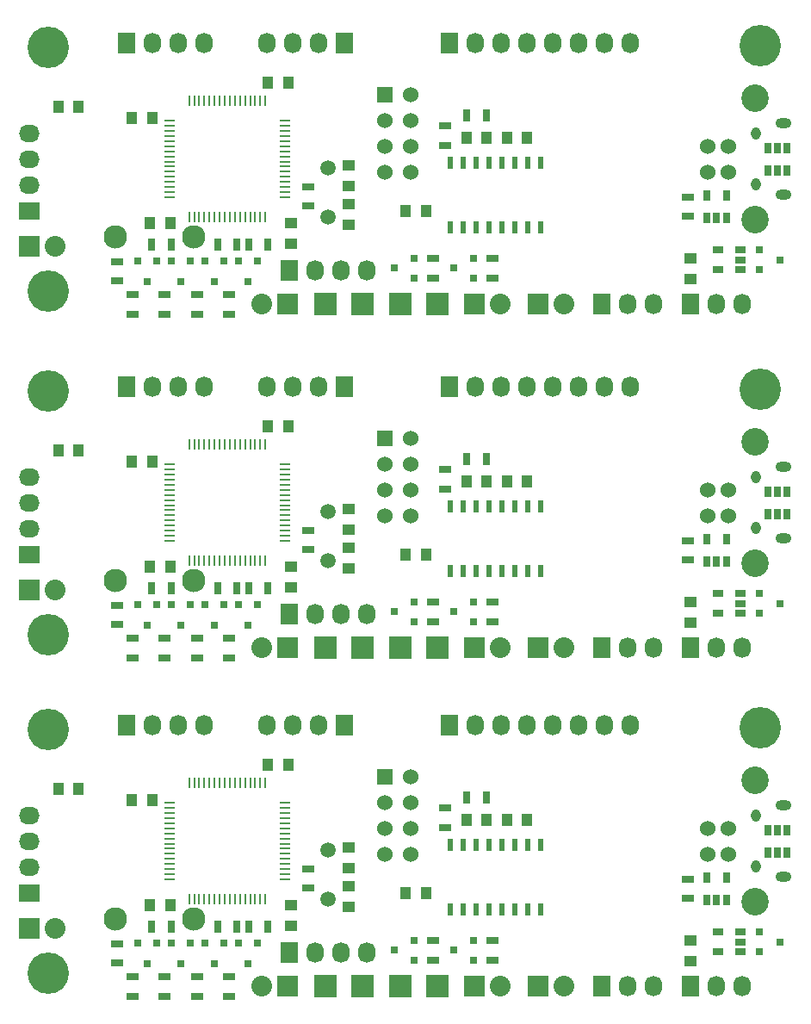
<source format=gbs>
G04 #@! TF.FileFunction,Soldermask,Bot*
%FSLAX46Y46*%
G04 Gerber Fmt 4.6, Leading zero omitted, Abs format (unit mm)*
G04 Created by KiCad (PCBNEW 4.0.4-stable) date Sun Nov  6 18:52:19 2016*
%MOMM*%
%LPD*%
G01*
G04 APERTURE LIST*
%ADD10C,0.100000*%
%ADD11C,1.524000*%
%ADD12C,2.700020*%
%ADD13C,2.300000*%
%ADD14R,1.524000X1.524000*%
%ADD15R,1.000000X1.250000*%
%ADD16R,1.250000X1.000000*%
%ADD17R,1.727200X2.032000*%
%ADD18O,1.727200X2.032000*%
%ADD19R,2.032000X2.032000*%
%ADD20O,2.032000X2.032000*%
%ADD21R,2.235200X2.235200*%
%ADD22R,2.032000X1.727200*%
%ADD23O,2.032000X1.727200*%
%ADD24R,0.800100X0.800100*%
%ADD25R,1.300000X0.700000*%
%ADD26R,0.700000X1.300000*%
%ADD27R,1.000000X0.250000*%
%ADD28R,0.250000X1.000000*%
%ADD29R,0.650000X1.060000*%
%ADD30R,1.060000X0.650000*%
%ADD31R,0.508000X1.143000*%
%ADD32C,1.501140*%
%ADD33O,0.950000X1.250000*%
%ADD34O,1.550000X1.000000*%
%ADD35C,4.064000*%
G04 APERTURE END LIST*
D10*
D11*
X96520000Y-108458000D03*
X96520000Y-105918000D03*
X98518980Y-105918000D03*
X98518980Y-108458000D03*
D12*
X101219000Y-113187480D03*
X101219000Y-101188520D03*
D13*
X38265100Y-114878000D03*
X45961300Y-114878000D03*
D14*
X64770000Y-100838000D03*
D11*
X67310000Y-100838000D03*
X64770000Y-103378000D03*
X67310000Y-103378000D03*
X64770000Y-105918000D03*
X67310000Y-105918000D03*
X64770000Y-108458000D03*
X67310000Y-108458000D03*
D15*
X55292500Y-99695000D03*
X53292500Y-99695000D03*
X43672000Y-113474500D03*
X41672000Y-113474500D03*
X41894000Y-103124000D03*
X39894000Y-103124000D03*
D16*
X61214000Y-107839000D03*
X61214000Y-109839000D03*
X61214000Y-113649000D03*
X61214000Y-111649000D03*
X55562500Y-115490500D03*
X55562500Y-113490500D03*
D15*
X32655000Y-102044500D03*
X34655000Y-102044500D03*
D16*
X94869000Y-116983000D03*
X94869000Y-118983000D03*
D15*
X68818000Y-112331500D03*
X66818000Y-112331500D03*
X78787500Y-105092500D03*
X76787500Y-105092500D03*
X72787000Y-105092500D03*
X74787000Y-105092500D03*
D17*
X60833000Y-95758000D03*
D18*
X58293000Y-95758000D03*
X55753000Y-95758000D03*
X53213000Y-95758000D03*
D17*
X94869000Y-121412000D03*
D18*
X97409000Y-121412000D03*
X99949000Y-121412000D03*
D17*
X55372000Y-118110000D03*
D18*
X57912000Y-118110000D03*
X60452000Y-118110000D03*
X62992000Y-118110000D03*
D19*
X29845000Y-115760500D03*
D20*
X32385000Y-115760500D03*
D21*
X58928000Y-121412000D03*
X62611000Y-121412000D03*
D17*
X71120000Y-95758000D03*
D18*
X73660000Y-95758000D03*
X76200000Y-95758000D03*
X78740000Y-95758000D03*
X81280000Y-95758000D03*
X83820000Y-95758000D03*
X86360000Y-95758000D03*
X88900000Y-95758000D03*
D19*
X73596500Y-121412000D03*
D20*
X76136500Y-121412000D03*
D19*
X79819500Y-121412000D03*
D20*
X82359500Y-121412000D03*
D22*
X29845000Y-112268000D03*
D23*
X29845000Y-109728000D03*
X29845000Y-107188000D03*
X29845000Y-104648000D03*
D17*
X39370000Y-95758000D03*
D18*
X41910000Y-95758000D03*
X44450000Y-95758000D03*
X46990000Y-95758000D03*
D21*
X69977000Y-121412000D03*
X66294000Y-121412000D03*
D19*
X55245000Y-121412000D03*
D20*
X52705000Y-121412000D03*
D24*
X101615240Y-118044000D03*
X101615240Y-116144000D03*
X103614220Y-117094000D03*
X50358000Y-117236240D03*
X52258000Y-117236240D03*
X51308000Y-119235220D03*
X47056000Y-117236240D03*
X48956000Y-117236240D03*
X48006000Y-119235220D03*
X73517760Y-116969500D03*
X73517760Y-118869500D03*
X71518780Y-117919500D03*
X43754000Y-117236240D03*
X45654000Y-117236240D03*
X44704000Y-119235220D03*
X67675760Y-116969500D03*
X67675760Y-118869500D03*
X65676780Y-117919500D03*
X40452000Y-117236240D03*
X42352000Y-117236240D03*
X41402000Y-119235220D03*
D25*
X94615000Y-110937000D03*
X94615000Y-112837000D03*
X57277000Y-109921000D03*
X57277000Y-111821000D03*
D26*
X74737000Y-102870000D03*
X72837000Y-102870000D03*
D25*
X70675500Y-105852000D03*
X70675500Y-103952000D03*
D26*
X51374000Y-115570000D03*
X53274000Y-115570000D03*
D25*
X49466500Y-122425500D03*
X49466500Y-120525500D03*
D26*
X48326000Y-115570000D03*
X50226000Y-115570000D03*
D25*
X46291500Y-122425500D03*
X46291500Y-120525500D03*
X75374500Y-116969500D03*
X75374500Y-118869500D03*
D26*
X43749000Y-115570000D03*
X41849000Y-115570000D03*
D25*
X43116500Y-122425500D03*
X43116500Y-120525500D03*
X69532500Y-116969500D03*
X69532500Y-118869500D03*
X38481000Y-117287000D03*
X38481000Y-119187000D03*
X39941500Y-122425500D03*
X39941500Y-120525500D03*
D27*
X54976000Y-103438000D03*
X54976000Y-103938000D03*
X54976000Y-104438000D03*
X54976000Y-104938000D03*
X54976000Y-105438000D03*
X54976000Y-105938000D03*
X54976000Y-106438000D03*
X54976000Y-106938000D03*
X54976000Y-107438000D03*
X54976000Y-107938000D03*
X54976000Y-108438000D03*
X54976000Y-108938000D03*
X54976000Y-109438000D03*
X54976000Y-109938000D03*
X54976000Y-110438000D03*
X54976000Y-110938000D03*
D28*
X53026000Y-112888000D03*
X52526000Y-112888000D03*
X52026000Y-112888000D03*
X51526000Y-112888000D03*
X51026000Y-112888000D03*
X50526000Y-112888000D03*
X50026000Y-112888000D03*
X49526000Y-112888000D03*
X49026000Y-112888000D03*
X48526000Y-112888000D03*
X48026000Y-112888000D03*
X47526000Y-112888000D03*
X47026000Y-112888000D03*
X46526000Y-112888000D03*
X46026000Y-112888000D03*
X45526000Y-112888000D03*
D27*
X43576000Y-110938000D03*
X43576000Y-110438000D03*
X43576000Y-109938000D03*
X43576000Y-109438000D03*
X43576000Y-108938000D03*
X43576000Y-108438000D03*
X43576000Y-107938000D03*
X43576000Y-107438000D03*
X43576000Y-106938000D03*
X43576000Y-106438000D03*
X43576000Y-105938000D03*
X43576000Y-105438000D03*
X43576000Y-104938000D03*
X43576000Y-104438000D03*
X43576000Y-103938000D03*
X43576000Y-103438000D03*
D28*
X45526000Y-101488000D03*
X46026000Y-101488000D03*
X46526000Y-101488000D03*
X47026000Y-101488000D03*
X47526000Y-101488000D03*
X48026000Y-101488000D03*
X48526000Y-101488000D03*
X49026000Y-101488000D03*
X49526000Y-101488000D03*
X50026000Y-101488000D03*
X50526000Y-101488000D03*
X51026000Y-101488000D03*
X51526000Y-101488000D03*
X52026000Y-101488000D03*
X52526000Y-101488000D03*
X53026000Y-101488000D03*
D29*
X102428000Y-106088000D03*
X103378000Y-106088000D03*
X104328000Y-106088000D03*
X104328000Y-108288000D03*
X102428000Y-108288000D03*
X103378000Y-108288000D03*
X98359000Y-112987000D03*
X97409000Y-112987000D03*
X96459000Y-112987000D03*
X96459000Y-110787000D03*
X98359000Y-110787000D03*
D30*
X99779000Y-116144000D03*
X99779000Y-117094000D03*
X99779000Y-118044000D03*
X97579000Y-118044000D03*
X97579000Y-116144000D03*
D31*
X80137000Y-107569000D03*
X77597000Y-107569000D03*
X76327000Y-107569000D03*
X75057000Y-107569000D03*
X73787000Y-107569000D03*
X72517000Y-107569000D03*
X71247000Y-107569000D03*
X71247000Y-113919000D03*
X72517000Y-113919000D03*
X73787000Y-113919000D03*
X75057000Y-113919000D03*
X76327000Y-113919000D03*
X77597000Y-113919000D03*
X78867000Y-113919000D03*
X80137000Y-113919000D03*
X78867000Y-107569000D03*
D32*
X59182000Y-112930940D03*
X59182000Y-108049060D03*
D33*
X101307460Y-109688900D03*
X101307460Y-104688900D03*
D34*
X104007460Y-110688900D03*
X104007460Y-103688900D03*
D17*
X86106000Y-121412000D03*
D18*
X88646000Y-121412000D03*
X91186000Y-121412000D03*
D35*
X101670000Y-96012000D03*
X31675000Y-96218000D03*
X31675000Y-120218000D03*
X31675000Y-86944000D03*
X31675000Y-62944000D03*
X101670000Y-62738000D03*
D17*
X86106000Y-88138000D03*
D18*
X88646000Y-88138000D03*
X91186000Y-88138000D03*
D33*
X101307460Y-76414900D03*
X101307460Y-71414900D03*
D34*
X104007460Y-77414900D03*
X104007460Y-70414900D03*
D32*
X59182000Y-79656940D03*
X59182000Y-74775060D03*
D31*
X80137000Y-74295000D03*
X77597000Y-74295000D03*
X76327000Y-74295000D03*
X75057000Y-74295000D03*
X73787000Y-74295000D03*
X72517000Y-74295000D03*
X71247000Y-74295000D03*
X71247000Y-80645000D03*
X72517000Y-80645000D03*
X73787000Y-80645000D03*
X75057000Y-80645000D03*
X76327000Y-80645000D03*
X77597000Y-80645000D03*
X78867000Y-80645000D03*
X80137000Y-80645000D03*
X78867000Y-74295000D03*
D30*
X99779000Y-82870000D03*
X99779000Y-83820000D03*
X99779000Y-84770000D03*
X97579000Y-84770000D03*
X97579000Y-82870000D03*
D29*
X98359000Y-79713000D03*
X97409000Y-79713000D03*
X96459000Y-79713000D03*
X96459000Y-77513000D03*
X98359000Y-77513000D03*
X102428000Y-72814000D03*
X103378000Y-72814000D03*
X104328000Y-72814000D03*
X104328000Y-75014000D03*
X102428000Y-75014000D03*
X103378000Y-75014000D03*
D27*
X54976000Y-70164000D03*
X54976000Y-70664000D03*
X54976000Y-71164000D03*
X54976000Y-71664000D03*
X54976000Y-72164000D03*
X54976000Y-72664000D03*
X54976000Y-73164000D03*
X54976000Y-73664000D03*
X54976000Y-74164000D03*
X54976000Y-74664000D03*
X54976000Y-75164000D03*
X54976000Y-75664000D03*
X54976000Y-76164000D03*
X54976000Y-76664000D03*
X54976000Y-77164000D03*
X54976000Y-77664000D03*
D28*
X53026000Y-79614000D03*
X52526000Y-79614000D03*
X52026000Y-79614000D03*
X51526000Y-79614000D03*
X51026000Y-79614000D03*
X50526000Y-79614000D03*
X50026000Y-79614000D03*
X49526000Y-79614000D03*
X49026000Y-79614000D03*
X48526000Y-79614000D03*
X48026000Y-79614000D03*
X47526000Y-79614000D03*
X47026000Y-79614000D03*
X46526000Y-79614000D03*
X46026000Y-79614000D03*
X45526000Y-79614000D03*
D27*
X43576000Y-77664000D03*
X43576000Y-77164000D03*
X43576000Y-76664000D03*
X43576000Y-76164000D03*
X43576000Y-75664000D03*
X43576000Y-75164000D03*
X43576000Y-74664000D03*
X43576000Y-74164000D03*
X43576000Y-73664000D03*
X43576000Y-73164000D03*
X43576000Y-72664000D03*
X43576000Y-72164000D03*
X43576000Y-71664000D03*
X43576000Y-71164000D03*
X43576000Y-70664000D03*
X43576000Y-70164000D03*
D28*
X45526000Y-68214000D03*
X46026000Y-68214000D03*
X46526000Y-68214000D03*
X47026000Y-68214000D03*
X47526000Y-68214000D03*
X48026000Y-68214000D03*
X48526000Y-68214000D03*
X49026000Y-68214000D03*
X49526000Y-68214000D03*
X50026000Y-68214000D03*
X50526000Y-68214000D03*
X51026000Y-68214000D03*
X51526000Y-68214000D03*
X52026000Y-68214000D03*
X52526000Y-68214000D03*
X53026000Y-68214000D03*
D25*
X39941500Y-89151500D03*
X39941500Y-87251500D03*
X38481000Y-84013000D03*
X38481000Y-85913000D03*
X69532500Y-83695500D03*
X69532500Y-85595500D03*
X43116500Y-89151500D03*
X43116500Y-87251500D03*
D26*
X43749000Y-82296000D03*
X41849000Y-82296000D03*
D25*
X75374500Y-83695500D03*
X75374500Y-85595500D03*
X46291500Y-89151500D03*
X46291500Y-87251500D03*
D26*
X48326000Y-82296000D03*
X50226000Y-82296000D03*
D25*
X49466500Y-89151500D03*
X49466500Y-87251500D03*
D26*
X51374000Y-82296000D03*
X53274000Y-82296000D03*
D25*
X70675500Y-72578000D03*
X70675500Y-70678000D03*
D26*
X74737000Y-69596000D03*
X72837000Y-69596000D03*
D25*
X57277000Y-76647000D03*
X57277000Y-78547000D03*
X94615000Y-77663000D03*
X94615000Y-79563000D03*
D24*
X40452000Y-83962240D03*
X42352000Y-83962240D03*
X41402000Y-85961220D03*
X67675760Y-83695500D03*
X67675760Y-85595500D03*
X65676780Y-84645500D03*
X43754000Y-83962240D03*
X45654000Y-83962240D03*
X44704000Y-85961220D03*
X73517760Y-83695500D03*
X73517760Y-85595500D03*
X71518780Y-84645500D03*
X47056000Y-83962240D03*
X48956000Y-83962240D03*
X48006000Y-85961220D03*
X50358000Y-83962240D03*
X52258000Y-83962240D03*
X51308000Y-85961220D03*
X101615240Y-84770000D03*
X101615240Y-82870000D03*
X103614220Y-83820000D03*
D19*
X55245000Y-88138000D03*
D20*
X52705000Y-88138000D03*
D21*
X66294000Y-88138000D03*
X69977000Y-88138000D03*
D17*
X39370000Y-62484000D03*
D18*
X41910000Y-62484000D03*
X44450000Y-62484000D03*
X46990000Y-62484000D03*
D22*
X29845000Y-78994000D03*
D23*
X29845000Y-76454000D03*
X29845000Y-73914000D03*
X29845000Y-71374000D03*
D19*
X79819500Y-88138000D03*
D20*
X82359500Y-88138000D03*
D19*
X73596500Y-88138000D03*
D20*
X76136500Y-88138000D03*
D17*
X71120000Y-62484000D03*
D18*
X73660000Y-62484000D03*
X76200000Y-62484000D03*
X78740000Y-62484000D03*
X81280000Y-62484000D03*
X83820000Y-62484000D03*
X86360000Y-62484000D03*
X88900000Y-62484000D03*
D21*
X62611000Y-88138000D03*
X58928000Y-88138000D03*
D19*
X29845000Y-82486500D03*
D20*
X32385000Y-82486500D03*
D17*
X55372000Y-84836000D03*
D18*
X57912000Y-84836000D03*
X60452000Y-84836000D03*
X62992000Y-84836000D03*
D17*
X94869000Y-88138000D03*
D18*
X97409000Y-88138000D03*
X99949000Y-88138000D03*
D17*
X60833000Y-62484000D03*
D18*
X58293000Y-62484000D03*
X55753000Y-62484000D03*
X53213000Y-62484000D03*
D15*
X72787000Y-71818500D03*
X74787000Y-71818500D03*
X78787500Y-71818500D03*
X76787500Y-71818500D03*
X68818000Y-79057500D03*
X66818000Y-79057500D03*
D16*
X94869000Y-83709000D03*
X94869000Y-85709000D03*
D15*
X32655000Y-68770500D03*
X34655000Y-68770500D03*
D16*
X55562500Y-82216500D03*
X55562500Y-80216500D03*
X61214000Y-80375000D03*
X61214000Y-78375000D03*
X61214000Y-74565000D03*
X61214000Y-76565000D03*
D15*
X41894000Y-69850000D03*
X39894000Y-69850000D03*
X43672000Y-80200500D03*
X41672000Y-80200500D03*
X55292500Y-66421000D03*
X53292500Y-66421000D03*
D14*
X64770000Y-67564000D03*
D11*
X67310000Y-67564000D03*
X64770000Y-70104000D03*
X67310000Y-70104000D03*
X64770000Y-72644000D03*
X67310000Y-72644000D03*
X64770000Y-75184000D03*
X67310000Y-75184000D03*
D13*
X38265100Y-81604000D03*
X45961300Y-81604000D03*
D11*
X96520000Y-75184000D03*
X96520000Y-72644000D03*
X98518980Y-72644000D03*
X98518980Y-75184000D03*
D12*
X101219000Y-79913480D03*
X101219000Y-67914520D03*
D11*
X96520000Y-41402000D03*
X96520000Y-38862000D03*
X98518980Y-38862000D03*
X98518980Y-41402000D03*
D12*
X101219000Y-46131480D03*
X101219000Y-34132520D03*
D13*
X38265100Y-47822000D03*
X45961300Y-47822000D03*
D14*
X64770000Y-33782000D03*
D11*
X67310000Y-33782000D03*
X64770000Y-36322000D03*
X67310000Y-36322000D03*
X64770000Y-38862000D03*
X67310000Y-38862000D03*
X64770000Y-41402000D03*
X67310000Y-41402000D03*
D15*
X55292500Y-32639000D03*
X53292500Y-32639000D03*
X43672000Y-46418500D03*
X41672000Y-46418500D03*
X41894000Y-36068000D03*
X39894000Y-36068000D03*
D16*
X61214000Y-40783000D03*
X61214000Y-42783000D03*
X61214000Y-46593000D03*
X61214000Y-44593000D03*
X55562500Y-48434500D03*
X55562500Y-46434500D03*
D15*
X32655000Y-34988500D03*
X34655000Y-34988500D03*
D16*
X94869000Y-49927000D03*
X94869000Y-51927000D03*
D15*
X68818000Y-45275500D03*
X66818000Y-45275500D03*
X78787500Y-38036500D03*
X76787500Y-38036500D03*
X72787000Y-38036500D03*
X74787000Y-38036500D03*
D17*
X60833000Y-28702000D03*
D18*
X58293000Y-28702000D03*
X55753000Y-28702000D03*
X53213000Y-28702000D03*
D17*
X94869000Y-54356000D03*
D18*
X97409000Y-54356000D03*
X99949000Y-54356000D03*
D17*
X55372000Y-51054000D03*
D18*
X57912000Y-51054000D03*
X60452000Y-51054000D03*
X62992000Y-51054000D03*
D19*
X29845000Y-48704500D03*
D20*
X32385000Y-48704500D03*
D21*
X58928000Y-54356000D03*
X62611000Y-54356000D03*
D17*
X71120000Y-28702000D03*
D18*
X73660000Y-28702000D03*
X76200000Y-28702000D03*
X78740000Y-28702000D03*
X81280000Y-28702000D03*
X83820000Y-28702000D03*
X86360000Y-28702000D03*
X88900000Y-28702000D03*
D19*
X73596500Y-54356000D03*
D20*
X76136500Y-54356000D03*
D19*
X79819500Y-54356000D03*
D20*
X82359500Y-54356000D03*
D22*
X29845000Y-45212000D03*
D23*
X29845000Y-42672000D03*
X29845000Y-40132000D03*
X29845000Y-37592000D03*
D17*
X39370000Y-28702000D03*
D18*
X41910000Y-28702000D03*
X44450000Y-28702000D03*
X46990000Y-28702000D03*
D21*
X69977000Y-54356000D03*
X66294000Y-54356000D03*
D19*
X55245000Y-54356000D03*
D20*
X52705000Y-54356000D03*
D24*
X101615240Y-50988000D03*
X101615240Y-49088000D03*
X103614220Y-50038000D03*
X50358000Y-50180240D03*
X52258000Y-50180240D03*
X51308000Y-52179220D03*
X47056000Y-50180240D03*
X48956000Y-50180240D03*
X48006000Y-52179220D03*
X73517760Y-49913500D03*
X73517760Y-51813500D03*
X71518780Y-50863500D03*
X43754000Y-50180240D03*
X45654000Y-50180240D03*
X44704000Y-52179220D03*
X67675760Y-49913500D03*
X67675760Y-51813500D03*
X65676780Y-50863500D03*
X40452000Y-50180240D03*
X42352000Y-50180240D03*
X41402000Y-52179220D03*
D25*
X94615000Y-43881000D03*
X94615000Y-45781000D03*
X57277000Y-42865000D03*
X57277000Y-44765000D03*
D26*
X74737000Y-35814000D03*
X72837000Y-35814000D03*
D25*
X70675500Y-38796000D03*
X70675500Y-36896000D03*
D26*
X51374000Y-48514000D03*
X53274000Y-48514000D03*
D25*
X49466500Y-55369500D03*
X49466500Y-53469500D03*
D26*
X48326000Y-48514000D03*
X50226000Y-48514000D03*
D25*
X46291500Y-55369500D03*
X46291500Y-53469500D03*
X75374500Y-49913500D03*
X75374500Y-51813500D03*
D26*
X43749000Y-48514000D03*
X41849000Y-48514000D03*
D25*
X43116500Y-55369500D03*
X43116500Y-53469500D03*
X69532500Y-49913500D03*
X69532500Y-51813500D03*
X38481000Y-50231000D03*
X38481000Y-52131000D03*
X39941500Y-55369500D03*
X39941500Y-53469500D03*
D27*
X54976000Y-36382000D03*
X54976000Y-36882000D03*
X54976000Y-37382000D03*
X54976000Y-37882000D03*
X54976000Y-38382000D03*
X54976000Y-38882000D03*
X54976000Y-39382000D03*
X54976000Y-39882000D03*
X54976000Y-40382000D03*
X54976000Y-40882000D03*
X54976000Y-41382000D03*
X54976000Y-41882000D03*
X54976000Y-42382000D03*
X54976000Y-42882000D03*
X54976000Y-43382000D03*
X54976000Y-43882000D03*
D28*
X53026000Y-45832000D03*
X52526000Y-45832000D03*
X52026000Y-45832000D03*
X51526000Y-45832000D03*
X51026000Y-45832000D03*
X50526000Y-45832000D03*
X50026000Y-45832000D03*
X49526000Y-45832000D03*
X49026000Y-45832000D03*
X48526000Y-45832000D03*
X48026000Y-45832000D03*
X47526000Y-45832000D03*
X47026000Y-45832000D03*
X46526000Y-45832000D03*
X46026000Y-45832000D03*
X45526000Y-45832000D03*
D27*
X43576000Y-43882000D03*
X43576000Y-43382000D03*
X43576000Y-42882000D03*
X43576000Y-42382000D03*
X43576000Y-41882000D03*
X43576000Y-41382000D03*
X43576000Y-40882000D03*
X43576000Y-40382000D03*
X43576000Y-39882000D03*
X43576000Y-39382000D03*
X43576000Y-38882000D03*
X43576000Y-38382000D03*
X43576000Y-37882000D03*
X43576000Y-37382000D03*
X43576000Y-36882000D03*
X43576000Y-36382000D03*
D28*
X45526000Y-34432000D03*
X46026000Y-34432000D03*
X46526000Y-34432000D03*
X47026000Y-34432000D03*
X47526000Y-34432000D03*
X48026000Y-34432000D03*
X48526000Y-34432000D03*
X49026000Y-34432000D03*
X49526000Y-34432000D03*
X50026000Y-34432000D03*
X50526000Y-34432000D03*
X51026000Y-34432000D03*
X51526000Y-34432000D03*
X52026000Y-34432000D03*
X52526000Y-34432000D03*
X53026000Y-34432000D03*
D29*
X102428000Y-39032000D03*
X103378000Y-39032000D03*
X104328000Y-39032000D03*
X104328000Y-41232000D03*
X102428000Y-41232000D03*
X103378000Y-41232000D03*
X98359000Y-45931000D03*
X97409000Y-45931000D03*
X96459000Y-45931000D03*
X96459000Y-43731000D03*
X98359000Y-43731000D03*
D30*
X99779000Y-49088000D03*
X99779000Y-50038000D03*
X99779000Y-50988000D03*
X97579000Y-50988000D03*
X97579000Y-49088000D03*
D31*
X80137000Y-40513000D03*
X77597000Y-40513000D03*
X76327000Y-40513000D03*
X75057000Y-40513000D03*
X73787000Y-40513000D03*
X72517000Y-40513000D03*
X71247000Y-40513000D03*
X71247000Y-46863000D03*
X72517000Y-46863000D03*
X73787000Y-46863000D03*
X75057000Y-46863000D03*
X76327000Y-46863000D03*
X77597000Y-46863000D03*
X78867000Y-46863000D03*
X80137000Y-46863000D03*
X78867000Y-40513000D03*
D32*
X59182000Y-45874940D03*
X59182000Y-40993060D03*
D33*
X101307460Y-42632900D03*
X101307460Y-37632900D03*
D34*
X104007460Y-43632900D03*
X104007460Y-36632900D03*
D17*
X86106000Y-54356000D03*
D18*
X88646000Y-54356000D03*
X91186000Y-54356000D03*
D35*
X101670000Y-28956000D03*
X31675000Y-29162000D03*
X31675000Y-53162000D03*
M02*

</source>
